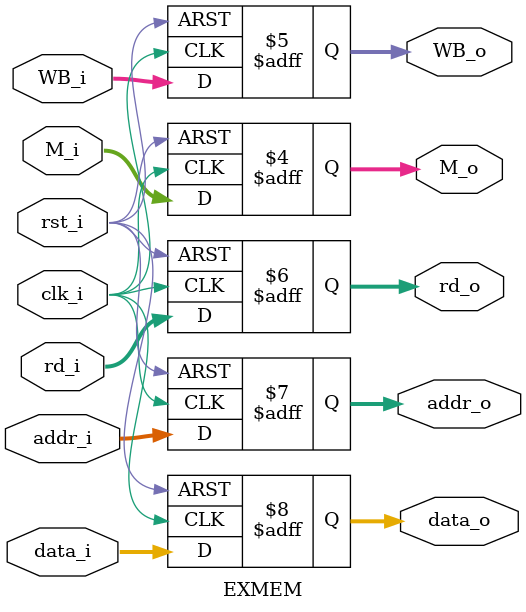
<source format=v>
module EXMEM(
    clk_i,
    rst_i,
    WB_i,
    M_i,
    addr_i,
    data_i,
    rd_i,
    WB_o,
    M_o,
    addr_o,
    data_o,
    rd_o
);

input               clk_i, rst_i;
input   [1:0]       WB_i, M_i;
input   [4:0]       rd_i;
input   [31:0]      addr_i, data_i;
output  [1:0]       M_o, WB_o;
output  [4:0]       rd_o;
output  [31:0]      addr_o, data_o;

reg     [1:0]       M_o, WB_o;
reg     [4:0]       rd_o;
reg     [31:0]      addr_o, data_o;


always@(posedge clk_i or negedge rst_i) begin
    if(~rst_i) begin
        // $display("initialize EXMEM");
        WB_o <= 0;
        M_o <= 0;
        addr_o <= 0;
        data_o <= 0;
        rd_o <= 0;
    end
    else begin
        WB_o <= WB_i;
        M_o <= M_i;
        addr_o <= addr_i;
        data_o <= data_i;
        rd_o <= rd_i;
    end
end
always @(data_o) begin
    $display("EXMEM-data: %b", data_o);
end

endmodule

</source>
